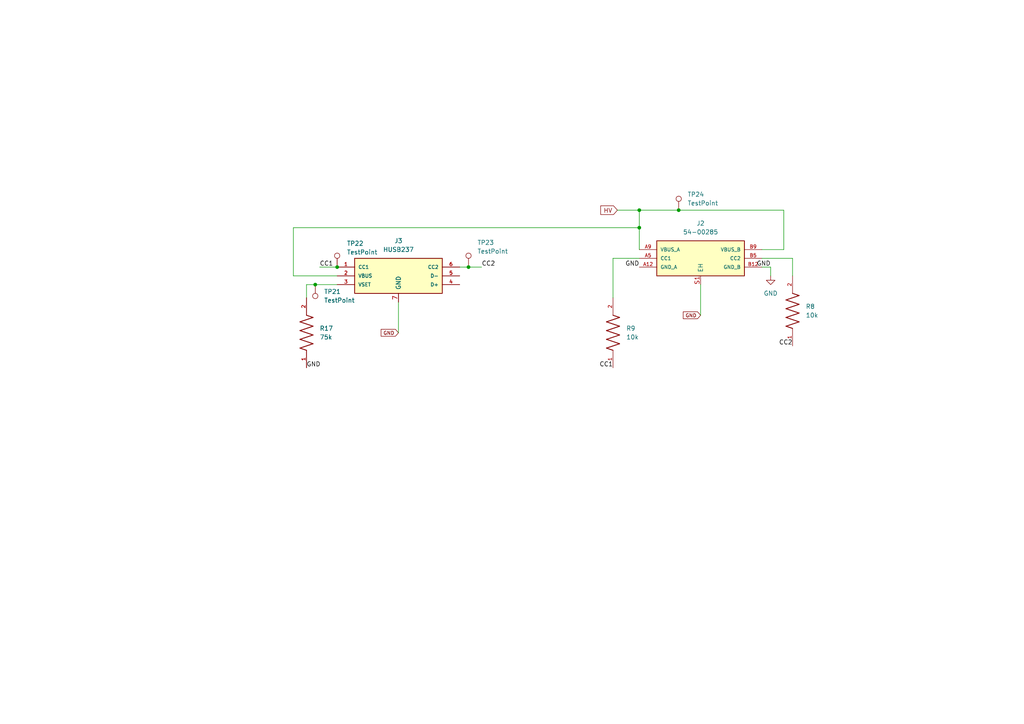
<source format=kicad_sch>
(kicad_sch (version 20250114) (generator "eeschema") (generator_version "9.0")
  (paper "A4")
  (title_block (date "2025-03-23") (rev "v0") (company "University of Cape Town") (comment 3 "HNYPHI001, OWNHAN001") (comment 4 "Phila Haanyama, Hannah Owen"))
  (lib_symbols
    (symbol "1206W4F1002T5E[1]:1206W4F1002T5E" (pin_names (offset 1.016))
      (property "Reference" "R" (at -5.08 2.54 0))
      (property "Value" "1206W4F1002T5E" (at -5.08 -3.81 0))
      (symbol "1206W4F1002T5E_0_0"
        (polyline (pts (xy -5.08 0) (xy -4.445 1.905)) (stroke (width 0.254)))
        (polyline (pts (xy -4.445 1.905) (xy -3.175 -1.905)) (stroke (width 0.254)))
        (polyline (pts (xy -3.175 -1.905) (xy -1.905 1.905)) (stroke (width 0.254)))
        (polyline (pts (xy -1.905 1.905) (xy -0.635 -1.905)) (stroke (width 0.254)))
        (polyline (pts (xy -0.635 -1.905) (xy 0.635 1.905)) (stroke (width 0.254)))
        (polyline (pts (xy 0.635 1.905) (xy 1.905 -1.905)) (stroke (width 0.254)))
        (polyline (pts (xy 1.905 -1.905) (xy 3.175 1.905)) (stroke (width 0.254)))
        (polyline (pts (xy 3.175 1.905) (xy 4.445 -1.905)) (stroke (width 0.254)))
        (polyline (pts (xy 4.445 -1.905) (xy 5.08 0)) (stroke (width 0.254)))
        (pin passive line (at -10.16 0 0) (length 5.08) (name "~") (number "1"))
        (pin passive line (at 10.16 0 180) (length 5.08) (name "~") (number "2"))
      )
    )
    (symbol "54-00285[1]:54-00285" (pin_names (offset 1.016))
      (property "Reference" "J2" (at 0 10.16 0))
      (property "Value" "54-00285" (at 0 7.62 0))
      (symbol "54-00285_0_0"
        (rectangle (start -12.7 -5.08) (end 12.7 5.08) (stroke (width 0.254)) (fill (type background)))
        (pin power_in line (at -17.78 2.54 0) (length 5.08) (name "VBUS_A") (number "A9"))
        (pin bidirectional line (at -17.78 0 0) (length 5.08) (name "CC1") (number "A5"))
        (pin power_in line (at -17.78 -2.54 0) (length 5.08) (name "GND_A") (number "A12"))
        (pin power_in line (at 17.78 2.54 180) (length 5.08) (name "VBUS_B") (number "B9"))
        (pin bidirectional line (at 17.78 0 180) (length 5.08) (name "CC2") (number "B5"))
        (pin power_in line (at 17.78 -2.54 180) (length 5.08) (name "GND_B") (number "B12"))
      )
      (symbol "54-00285_1_1"
        (pin unspecified line (at 0 -7.62 90) (length 2.54) (name "EH") (number "S1"))
      )
    )
    (symbol "54-00285_2" (pin_names (offset 1.016))
      (property "Reference" "J3" (at 0 30.48 0))
      (property "Value" "HUSB237" (at 0 27.94 0))
      (symbol "54-00285_2_0_0"
        (rectangle (start -12.7 15.24) (end 12.7 25.4) (stroke (width 0.254)) (fill (type background)))
        (pin input line (at -17.78 22.86 0) (length 5.08) (name "CC1") (number "1"))
        (pin power_in line (at -17.78 20.32 0) (length 5.08) (name "VBUS") (number "2"))
        (pin bidirectional line (at -17.78 17.78 0) (length 5.08) (name "VSET") (number "3"))
        (pin input line (at 17.78 22.86 180) (length 5.08) (name "CC2") (number "6"))
        (pin unspecified line (at 17.78 20.32 180) (length 5.08) (name "D-") (number "5"))
        (pin unspecified line (at 17.78 17.78 180) (length 5.08) (name "D+") (number "4"))
      )
      (symbol "54-00285_2_1_1"
        (pin unspecified line (at 0 12.7 90) (length 2.54) (name "GND") (number "7"))
      )
    )
    (symbol "Connector:TestPoint" (pin_numbers (hide yes)) (pin_names (offset 0.762) (hide yes))
      (property "Reference" "TP" (at 0 6.858 0))
      (property "Value" "TestPoint" (at 0 5.08 0))
      (symbol "TestPoint_0_1"
        (circle (center 0 3.302) (radius 0.762))
      )
      (symbol "TestPoint_1_1"
        (pin passive line (at 0 0 90) (length 2.54) (name "1") (number "1"))
      )
    )
    (symbol "power:GND" (power) (pin_numbers (hide yes)) (pin_names (offset 0) (hide yes))
      (property "Value" "GND" (at 0 -3.81 0))
      (symbol "GND_0_1"
        (polyline (pts (xy 0 0) (xy 0 -1.27) (xy 1.27 -1.27) (xy 0 -2.54) (xy -1.27 -1.27) (xy 0 -1.27)))
      )
      (symbol "GND_1_1"
        (pin power_in line (at 0 0 270) (length 0) (name "~") (number "1"))
      )
    )
  )
  (junction (at 196.85 60.96))
  (junction (at 135.89 77.47))
  (junction (at 185.42 66.04))
  (junction (at 91.44 82.55))
  (junction (at 97.79 77.47))
  (junction (at 185.42 60.96))
  (wire (pts (xy 185.42 66.04) (xy 185.42 72.39)))
  (wire (pts (xy 91.44 82.55) (xy 88.9 82.55)))
  (wire (pts (xy 135.89 77.47) (xy 139.7 77.47)))
  (wire (pts (xy 85.09 80.01) (xy 85.09 66.04)))
  (wire (pts (xy 203.2 82.55) (xy 203.2 91.44)))
  (wire (pts (xy 220.98 72.39) (xy 227.33 72.39)))
  (wire (pts (xy 177.8 74.93) (xy 177.8 86.36)))
  (wire (pts (xy 133.35 77.47) (xy 135.89 77.47)))
  (wire (pts (xy 92.71 77.47) (xy 97.79 77.47)))
  (wire (pts (xy 88.9 82.55) (xy 88.9 86.36)))
  (wire (pts (xy 220.98 77.47) (xy 223.52 77.47)))
  (wire (pts (xy 227.33 72.39) (xy 227.33 60.96)))
  (wire (pts (xy 115.57 87.63) (xy 115.57 96.52)))
  (wire (pts (xy 185.42 60.96) (xy 185.42 66.04)))
  (wire (pts (xy 229.87 74.93) (xy 229.87 80.01)))
  (wire (pts (xy 227.33 60.96) (xy 196.85 60.96)))
  (wire (pts (xy 196.85 60.96) (xy 185.42 60.96)))
  (wire (pts (xy 185.42 74.93) (xy 177.8 74.93)))
  (wire (pts (xy 85.09 66.04) (xy 185.42 66.04)))
  (wire (pts (xy 223.52 77.47) (xy 223.52 80.01)))
  (wire (pts (xy 220.98 74.93) (xy 229.87 74.93)))
  (wire (pts (xy 179.07 60.96) (xy 185.42 60.96)))
  (wire (pts (xy 97.79 82.55) (xy 91.44 82.55)))
  (wire (pts (xy 97.79 80.01) (xy 85.09 80.01)))
  (label "CC2" (at 229.87 100.33 180))
  (label "GND" (at 223.52 77.47 180))
  (label "CC1" (at 92.71 77.47 0))
  (label "CC2" (at 139.7 77.47 0))
  (label "GND" (at 185.42 77.47 180))
  (label "GND" (at 88.9 106.68 0))
  (label "CC1" (at 177.8 106.68 180))
  (global_label "HV" (shape input) (at 179.07 60.96 180) (property "Intersheetrefs" "${INTERSHEET_REFS}" (effects (hide yes))))
  (global_label "GND" (shape input) (at 203.2 91.44 180) (effects (font (size 1.016 1.016))) (property "Intersheetrefs" "${INTERSHEET_REFS}" (effects (hide yes))))
  (global_label "GND" (shape input) (at 115.57 96.52 180) (effects (font (size 1.016 1.016))) (property "Intersheetrefs" "${INTERSHEET_REFS}" (effects (hide yes))))
  (symbol (lib_id "power:GND") (at 223.52 80.01 0) (unit 1)
    (property "Reference" "#PWR04" (effects (hide yes)))
    (property "Value" "GND" (at 223.52 85.09 0))
    (property "Description" "Power symbol creates a global label with name \"GND\" , ground" (effects (hide yes)))
  )
  (symbol (lib_name "54-00285_2") (lib_id "54-00285[1]:54-00285") (at 115.57 100.33 0) (unit 1)
    (property "Reference" "J3" (at 115.57 69.85 0))
    (property "Value" "HUSB237" (at 115.57 72.39 0))
    (property "Footprint" "Package_DFN_QFN:DFN-6-1EP_2x2mm_P0.65mm_EP1x1.6mm" (effects (hide yes)))
    (property "MF" "Tensility International Corporation" (effects (hide yes)))
    (property "MAXIMUM_PACKAGE_HEIGHT" "4.79 mm" (effects (hide yes)))
    (property "Package" "None" (effects (hide yes)))
    (property "Price" "None" (effects (hide yes)))
    (property "Check_prices" "https://www.snapeda.com/parts/54-00285/Tensility/view-part/?ref=eda" (effects (hide yes)))
    (property "STANDARD" "Manufacturer Recommendations" (effects (hide yes)))
    (property "PARTREV" "A" (effects (hide yes)))
    (property "SnapEDA_Link" "https://www.snapeda.com/parts/54-00285/Tensility/view-part/?ref=snap" (effects (hide yes)))
    (property "MP" "54-00285" (effects (hide yes)))
    (property "Description_1" "Connector, USB C power jack, 6 pin, SMT, through hole, 90 degrees, nickel shell, IPX7 waterproof, reel" (effects (hide yes)))
    (property "MANUFACTURER" "Tensility" (effects (hide yes)))
    (property "Availability" "In Stock" (effects (hide yes)))
    (property "SNAPEDA_PN" "54-00285" (effects (hide yes)))
    (property "LCSC" "C22373734" (effects (hide yes)))
  )
  (symbol (lib_id "1206W4F1002T5E[1]:1206W4F1002T5E") (at 177.8 96.52 90) (unit 1)
    (property "Reference" "R9" (at 181.61 95.2499 90) (effects (justify right)))
    (property "Value" "10k" (at 181.61 97.7899 90) (effects (justify right)))
    (property "Footprint" "Resistor_SMD:R_1206_3216Metric_Pad1.30x1.75mm_HandSolder" (effects (hide yes)))
    (property "MF" "Uni-Royal" (effects (hide yes)))
    (property "MAXIMUM_PACKAGE_HEIGHT" "0.65mm" (effects (hide yes)))
    (property "Package" "1206-2 ROYAL" (effects (hide yes)))
    (property "Price" "None" (effects (hide yes)))
    (property "Check_prices" "https://www.snapeda.com/parts/1206W4F1002T5E/Uni-Royal/view-part/?ref=eda" (effects (hide yes)))
    (property "STANDARD" "IPC-7351B" (effects (hide yes)))
    (property "PARTREV" "V3" (effects (hide yes)))
    (property "SnapEDA_Link" "https://www.snapeda.com/parts/1206W4F1002T5E/Uni-Royal/view-part/?ref=snap" (effects (hide yes)))
    (property "MP" "1206W4F1002T5E" (effects (hide yes)))
    (property "Description_1" "10K Ohm 1/4W Thick Film Resistor 1206 Chip - Surface Mount" (effects (hide yes)))
    (property "Availability" "Not in stock" (effects (hide yes)))
    (property "MANUFACTURER" "Uni-Royal" (effects (hide yes)))
    (property "LCSC" "C17902" (effects (hide yes)))
  )
  (symbol (lib_id "54-00285[1]:54-00285") (at 203.2 74.93 0) (unit 1)
    (property "Reference" "J2" (at 203.2 64.77 0))
    (property "Value" "54-00285" (at 203.2 67.31 0))
    (property "Footprint" "Connector_USB:USB_C_Receptacle_HRO_TYPE-C-31-M-17" (effects (hide yes)))
    (property "MF" "Tensility International Corporation" (effects (hide yes)))
    (property "MAXIMUM_PACKAGE_HEIGHT" "4.79 mm" (effects (hide yes)))
    (property "Package" "None" (effects (hide yes)))
    (property "Price" "None" (effects (hide yes)))
    (property "Check_prices" "https://www.snapeda.com/parts/54-00285/Tensility/view-part/?ref=eda" (effects (hide yes)))
    (property "STANDARD" "Manufacturer Recommendations" (effects (hide yes)))
    (property "PARTREV" "A" (effects (hide yes)))
    (property "SnapEDA_Link" "https://www.snapeda.com/parts/54-00285/Tensility/view-part/?ref=snap" (effects (hide yes)))
    (property "MP" "54-00285" (effects (hide yes)))
    (property "Description_1" "Connector, USB C power jack, 6 pin, SMT, through hole, 90 degrees, nickel shell, IPX7 waterproof, reel" (effects (hide yes)))
    (property "MANUFACTURER" "Tensility" (effects (hide yes)))
    (property "Availability" "In Stock" (effects (hide yes)))
    (property "SNAPEDA_PN" "54-00285" (effects (hide yes)))
    (property "LCSC" "C456012" (effects (hide yes)))
  )
  (symbol (lib_id "1206W4F1002T5E[1]:1206W4F1002T5E") (at 229.87 90.17 90) (unit 1)
    (property "Reference" "R8" (at 233.68 88.8999 90) (effects (justify right)))
    (property "Value" "10k" (at 233.68 91.4399 90) (effects (justify right)))
    (property "Footprint" "Resistor_SMD:R_1206_3216Metric_Pad1.30x1.75mm_HandSolder" (effects (hide yes)))
    (property "MF" "Uni-Royal" (effects (hide yes)))
    (property "MAXIMUM_PACKAGE_HEIGHT" "0.65mm" (effects (hide yes)))
    (property "Package" "1206-2 ROYAL" (effects (hide yes)))
    (property "Price" "None" (effects (hide yes)))
    (property "Check_prices" "https://www.snapeda.com/parts/1206W4F1002T5E/Uni-Royal/view-part/?ref=eda" (effects (hide yes)))
    (property "STANDARD" "IPC-7351B" (effects (hide yes)))
    (property "PARTREV" "V3" (effects (hide yes)))
    (property "SnapEDA_Link" "https://www.snapeda.com/parts/1206W4F1002T5E/Uni-Royal/view-part/?ref=snap" (effects (hide yes)))
    (property "MP" "1206W4F1002T5E" (effects (hide yes)))
    (property "Description_1" "10K Ohm 1/4W Thick Film Resistor 1206 Chip - Surface Mount" (effects (hide yes)))
    (property "Availability" "Not in stock" (effects (hide yes)))
    (property "MANUFACTURER" "Uni-Royal" (effects (hide yes)))
    (property "LCSC" "C17902" (effects (hide yes)))
  )
  (symbol (lib_id "1206W4F1002T5E[1]:1206W4F1002T5E") (at 88.9 96.52 90) (unit 1)
    (property "Reference" "R17" (at 92.71 95.2499 90) (effects (justify right)))
    (property "Value" "75k" (at 92.71 97.7899 90) (effects (justify right)))
    (property "Footprint" "Resistor_SMD:R_1206_3216Metric_Pad1.30x1.75mm_HandSolder" (effects (hide yes)))
    (property "MF" "Uni-Royal" (effects (hide yes)))
    (property "MAXIMUM_PACKAGE_HEIGHT" "0.65mm" (effects (hide yes)))
    (property "Package" "1206-2 ROYAL" (effects (hide yes)))
    (property "Price" "None" (effects (hide yes)))
    (property "Check_prices" "https://www.snapeda.com/parts/1206W4F1002T5E/Uni-Royal/view-part/?ref=eda" (effects (hide yes)))
    (property "STANDARD" "IPC-7351B" (effects (hide yes)))
    (property "PARTREV" "V3" (effects (hide yes)))
    (property "SnapEDA_Link" "https://www.snapeda.com/parts/1206W4F1002T5E/Uni-Royal/view-part/?ref=snap" (effects (hide yes)))
    (property "MP" "1206W4F1002T5E" (effects (hide yes)))
    (property "Description_1" "10K Ohm 1/4W Thick Film Resistor 1206 Chip - Surface Mount" (effects (hide yes)))
    (property "Availability" "Not in stock" (effects (hide yes)))
    (property "MANUFACTURER" "Uni-Royal" (effects (hide yes)))
    (property "LCSC" "C23242" (effects (hide yes)))
  )
  (symbol (lib_id "Connector:TestPoint") (at 135.89 77.47 0) (unit 1)
    (property "Reference" "TP23" (at 138.43 70.358 0) (effects (justify left)))
    (property "Value" "TestPoint" (at 138.43 72.898 0) (effects (justify left)))
    (property "Footprint" "TestPoint:TestPoint_Pad_1.0x1.0mm" (effects (hide yes)))
    (property "Description" "test point" (effects (hide yes)))
  )
  (symbol (lib_id "Connector:TestPoint") (at 196.85 60.96 0) (unit 1)
    (property "Reference" "TP24" (at 199.39 56.3879 0) (effects (justify left)))
    (property "Value" "TestPoint" (at 199.39 58.9279 0) (effects (justify left)))
    (property "Footprint" "TestPoint:TestPoint_Pad_1.0x1.0mm" (effects (hide yes)))
    (property "Description" "test point" (effects (hide yes)))
  )
  (symbol (lib_id "Connector:TestPoint") (at 91.44 82.55 180) (unit 1)
    (property "Reference" "TP21" (at 93.98 84.5819 0) (effects (justify right)))
    (property "Value" "TestPoint" (at 93.98 87.1219 0) (effects (justify right)))
    (property "Footprint" "TestPoint:TestPoint_Pad_1.0x1.0mm" (effects (hide yes)))
    (property "Description" "test point" (effects (hide yes)))
  )
  (symbol (lib_id "Connector:TestPoint") (at 97.79 77.47 0) (unit 1)
    (property "Reference" "TP22" (at 100.584 70.612 0) (effects (justify left)))
    (property "Value" "TestPoint" (at 100.584 73.152 0) (effects (justify left)))
    (property "Footprint" "TestPoint:TestPoint_Pad_1.0x1.0mm" (effects (hide yes)))
    (property "Description" "test point" (effects (hide yes)))
  )
)
</source>
